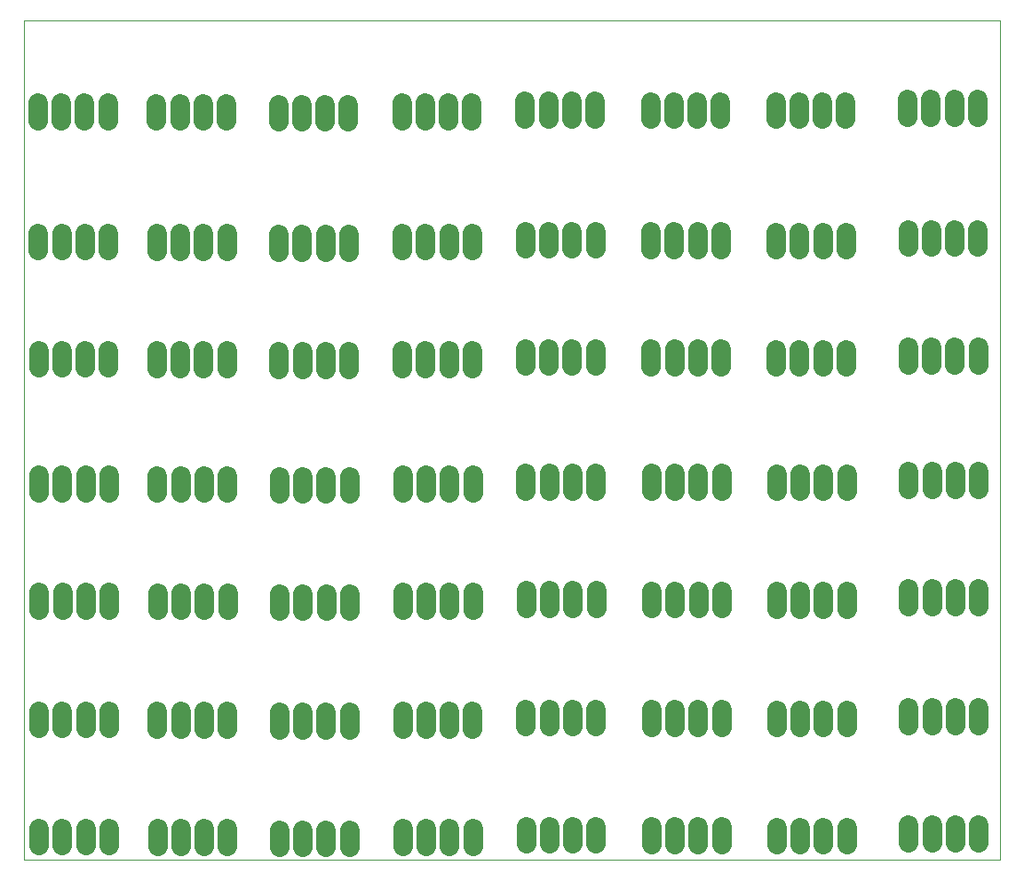
<source format=gbs>
G75*
%MOIN*%
%OFA0B0*%
%FSLAX25Y25*%
%IPPOS*%
%LPD*%
%AMOC8*
5,1,8,0,0,1.08239X$1,22.5*
%
%ADD10C,0.00000*%
%ADD11C,0.07296*%
D10*
X0008974Y0010224D02*
X0375116Y0010224D01*
X0375116Y0325185D01*
X0008974Y0325185D01*
X0008974Y0010224D01*
D11*
X0014554Y0015516D02*
X0014554Y0022012D01*
X0023314Y0022012D02*
X0023314Y0015516D01*
X0032064Y0015516D02*
X0032064Y0022012D01*
X0040824Y0022012D02*
X0040824Y0015516D01*
X0059034Y0015356D02*
X0059034Y0021852D01*
X0067794Y0021852D02*
X0067794Y0015356D01*
X0076544Y0015356D02*
X0076544Y0021852D01*
X0085304Y0021852D02*
X0085304Y0015356D01*
X0104794Y0014976D02*
X0104794Y0021472D01*
X0113554Y0021472D02*
X0113554Y0014976D01*
X0122304Y0014976D02*
X0122304Y0021472D01*
X0131064Y0021472D02*
X0131064Y0014976D01*
X0151114Y0015446D02*
X0151114Y0021942D01*
X0159874Y0021942D02*
X0159874Y0015446D01*
X0168624Y0015446D02*
X0168624Y0021942D01*
X0177384Y0021942D02*
X0177384Y0015446D01*
X0197364Y0016186D02*
X0197364Y0022682D01*
X0206124Y0022682D02*
X0206124Y0016186D01*
X0214874Y0016186D02*
X0214874Y0022682D01*
X0223634Y0022682D02*
X0223634Y0016186D01*
X0244474Y0016066D02*
X0244474Y0022562D01*
X0253234Y0022562D02*
X0253234Y0016066D01*
X0261984Y0016066D02*
X0261984Y0022562D01*
X0270744Y0022562D02*
X0270744Y0016066D01*
X0291454Y0015906D02*
X0291454Y0022402D01*
X0300214Y0022402D02*
X0300214Y0015906D01*
X0308964Y0015906D02*
X0308964Y0022402D01*
X0317724Y0022402D02*
X0317724Y0015906D01*
X0340964Y0016776D02*
X0340964Y0023272D01*
X0349724Y0023272D02*
X0349724Y0016776D01*
X0358474Y0016776D02*
X0358474Y0023272D01*
X0367234Y0023272D02*
X0367234Y0016776D01*
X0317654Y0059966D02*
X0317654Y0066462D01*
X0308894Y0066462D02*
X0308894Y0059966D01*
X0300144Y0059966D02*
X0300144Y0066462D01*
X0291384Y0066462D02*
X0291384Y0059966D01*
X0270674Y0060126D02*
X0270674Y0066622D01*
X0261914Y0066622D02*
X0261914Y0060126D01*
X0253164Y0060126D02*
X0253164Y0066622D01*
X0244404Y0066622D02*
X0244404Y0060126D01*
X0223564Y0060246D02*
X0223564Y0066742D01*
X0214804Y0066742D02*
X0214804Y0060246D01*
X0206054Y0060246D02*
X0206054Y0066742D01*
X0197294Y0066742D02*
X0197294Y0060246D01*
X0177314Y0059506D02*
X0177314Y0066002D01*
X0168554Y0066002D02*
X0168554Y0059506D01*
X0159804Y0059506D02*
X0159804Y0066002D01*
X0151044Y0066002D02*
X0151044Y0059506D01*
X0130994Y0059036D02*
X0130994Y0065532D01*
X0122234Y0065532D02*
X0122234Y0059036D01*
X0113484Y0059036D02*
X0113484Y0065532D01*
X0104724Y0065532D02*
X0104724Y0059036D01*
X0085234Y0059416D02*
X0085234Y0065912D01*
X0076474Y0065912D02*
X0076474Y0059416D01*
X0067724Y0059416D02*
X0067724Y0065912D01*
X0058964Y0065912D02*
X0058964Y0059416D01*
X0040754Y0059576D02*
X0040754Y0066072D01*
X0031994Y0066072D02*
X0031994Y0059576D01*
X0023244Y0059576D02*
X0023244Y0066072D01*
X0014484Y0066072D02*
X0014484Y0059576D01*
X0014574Y0104096D02*
X0014574Y0110592D01*
X0023334Y0110592D02*
X0023334Y0104096D01*
X0032084Y0104096D02*
X0032084Y0110592D01*
X0040844Y0110592D02*
X0040844Y0104096D01*
X0059054Y0103936D02*
X0059054Y0110432D01*
X0067814Y0110432D02*
X0067814Y0103936D01*
X0076564Y0103936D02*
X0076564Y0110432D01*
X0085324Y0110432D02*
X0085324Y0103936D01*
X0104814Y0103556D02*
X0104814Y0110052D01*
X0113574Y0110052D02*
X0113574Y0103556D01*
X0122324Y0103556D02*
X0122324Y0110052D01*
X0131084Y0110052D02*
X0131084Y0103556D01*
X0151134Y0104026D02*
X0151134Y0110522D01*
X0159894Y0110522D02*
X0159894Y0104026D01*
X0168644Y0104026D02*
X0168644Y0110522D01*
X0177404Y0110522D02*
X0177404Y0104026D01*
X0197384Y0104766D02*
X0197384Y0111262D01*
X0206144Y0111262D02*
X0206144Y0104766D01*
X0214894Y0104766D02*
X0214894Y0111262D01*
X0223654Y0111262D02*
X0223654Y0104766D01*
X0244494Y0104646D02*
X0244494Y0111142D01*
X0253254Y0111142D02*
X0253254Y0104646D01*
X0262004Y0104646D02*
X0262004Y0111142D01*
X0270764Y0111142D02*
X0270764Y0104646D01*
X0291474Y0104486D02*
X0291474Y0110982D01*
X0300234Y0110982D02*
X0300234Y0104486D01*
X0308984Y0104486D02*
X0308984Y0110982D01*
X0317744Y0110982D02*
X0317744Y0104486D01*
X0340984Y0105356D02*
X0340984Y0111852D01*
X0349744Y0111852D02*
X0349744Y0105356D01*
X0358494Y0105356D02*
X0358494Y0111852D01*
X0367254Y0111852D02*
X0367254Y0105356D01*
X0367164Y0067332D02*
X0367164Y0060836D01*
X0358404Y0060836D02*
X0358404Y0067332D01*
X0349654Y0067332D02*
X0349654Y0060836D01*
X0340894Y0060836D02*
X0340894Y0067332D01*
X0317674Y0148546D02*
X0317674Y0155042D01*
X0308914Y0155042D02*
X0308914Y0148546D01*
X0300164Y0148546D02*
X0300164Y0155042D01*
X0291404Y0155042D02*
X0291404Y0148546D01*
X0270694Y0148706D02*
X0270694Y0155202D01*
X0261934Y0155202D02*
X0261934Y0148706D01*
X0253184Y0148706D02*
X0253184Y0155202D01*
X0244424Y0155202D02*
X0244424Y0148706D01*
X0223584Y0148826D02*
X0223584Y0155322D01*
X0214824Y0155322D02*
X0214824Y0148826D01*
X0206074Y0148826D02*
X0206074Y0155322D01*
X0197314Y0155322D02*
X0197314Y0148826D01*
X0177334Y0148086D02*
X0177334Y0154582D01*
X0168574Y0154582D02*
X0168574Y0148086D01*
X0159824Y0148086D02*
X0159824Y0154582D01*
X0151064Y0154582D02*
X0151064Y0148086D01*
X0131014Y0147616D02*
X0131014Y0154112D01*
X0122254Y0154112D02*
X0122254Y0147616D01*
X0113504Y0147616D02*
X0113504Y0154112D01*
X0104744Y0154112D02*
X0104744Y0147616D01*
X0085254Y0147996D02*
X0085254Y0154492D01*
X0076494Y0154492D02*
X0076494Y0147996D01*
X0067744Y0147996D02*
X0067744Y0154492D01*
X0058984Y0154492D02*
X0058984Y0147996D01*
X0040774Y0148156D02*
X0040774Y0154652D01*
X0032014Y0154652D02*
X0032014Y0148156D01*
X0023264Y0148156D02*
X0023264Y0154652D01*
X0014504Y0154652D02*
X0014504Y0148156D01*
X0014324Y0194896D02*
X0014324Y0201392D01*
X0023084Y0201392D02*
X0023084Y0194896D01*
X0031834Y0194896D02*
X0031834Y0201392D01*
X0040594Y0201392D02*
X0040594Y0194896D01*
X0058804Y0194736D02*
X0058804Y0201232D01*
X0067564Y0201232D02*
X0067564Y0194736D01*
X0076314Y0194736D02*
X0076314Y0201232D01*
X0085074Y0201232D02*
X0085074Y0194736D01*
X0104564Y0194356D02*
X0104564Y0200852D01*
X0113324Y0200852D02*
X0113324Y0194356D01*
X0122074Y0194356D02*
X0122074Y0200852D01*
X0130834Y0200852D02*
X0130834Y0194356D01*
X0150884Y0194826D02*
X0150884Y0201322D01*
X0159644Y0201322D02*
X0159644Y0194826D01*
X0168394Y0194826D02*
X0168394Y0201322D01*
X0177154Y0201322D02*
X0177154Y0194826D01*
X0197134Y0195566D02*
X0197134Y0202062D01*
X0205894Y0202062D02*
X0205894Y0195566D01*
X0214644Y0195566D02*
X0214644Y0202062D01*
X0223404Y0202062D02*
X0223404Y0195566D01*
X0244244Y0195446D02*
X0244244Y0201942D01*
X0253004Y0201942D02*
X0253004Y0195446D01*
X0261754Y0195446D02*
X0261754Y0201942D01*
X0270514Y0201942D02*
X0270514Y0195446D01*
X0291224Y0195286D02*
X0291224Y0201782D01*
X0299984Y0201782D02*
X0299984Y0195286D01*
X0308734Y0195286D02*
X0308734Y0201782D01*
X0317494Y0201782D02*
X0317494Y0195286D01*
X0340734Y0196156D02*
X0340734Y0202652D01*
X0349494Y0202652D02*
X0349494Y0196156D01*
X0358244Y0196156D02*
X0358244Y0202652D01*
X0367004Y0202652D02*
X0367004Y0196156D01*
X0367184Y0155912D02*
X0367184Y0149416D01*
X0358424Y0149416D02*
X0358424Y0155912D01*
X0349674Y0155912D02*
X0349674Y0149416D01*
X0340914Y0149416D02*
X0340914Y0155912D01*
X0317424Y0239346D02*
X0317424Y0245842D01*
X0308664Y0245842D02*
X0308664Y0239346D01*
X0299914Y0239346D02*
X0299914Y0245842D01*
X0291154Y0245842D02*
X0291154Y0239346D01*
X0270444Y0239506D02*
X0270444Y0246002D01*
X0261684Y0246002D02*
X0261684Y0239506D01*
X0252934Y0239506D02*
X0252934Y0246002D01*
X0244174Y0246002D02*
X0244174Y0239506D01*
X0223334Y0239626D02*
X0223334Y0246122D01*
X0214574Y0246122D02*
X0214574Y0239626D01*
X0205824Y0239626D02*
X0205824Y0246122D01*
X0197064Y0246122D02*
X0197064Y0239626D01*
X0177084Y0238886D02*
X0177084Y0245382D01*
X0168324Y0245382D02*
X0168324Y0238886D01*
X0159574Y0238886D02*
X0159574Y0245382D01*
X0150814Y0245382D02*
X0150814Y0238886D01*
X0130764Y0238416D02*
X0130764Y0244912D01*
X0122004Y0244912D02*
X0122004Y0238416D01*
X0113254Y0238416D02*
X0113254Y0244912D01*
X0104494Y0244912D02*
X0104494Y0238416D01*
X0085004Y0238796D02*
X0085004Y0245292D01*
X0076244Y0245292D02*
X0076244Y0238796D01*
X0067494Y0238796D02*
X0067494Y0245292D01*
X0058734Y0245292D02*
X0058734Y0238796D01*
X0040524Y0238956D02*
X0040524Y0245452D01*
X0031764Y0245452D02*
X0031764Y0238956D01*
X0023014Y0238956D02*
X0023014Y0245452D01*
X0014254Y0245452D02*
X0014254Y0238956D01*
X0014114Y0287796D02*
X0014114Y0294292D01*
X0022874Y0294292D02*
X0022874Y0287796D01*
X0031624Y0287796D02*
X0031624Y0294292D01*
X0040384Y0294292D02*
X0040384Y0287796D01*
X0058594Y0287636D02*
X0058594Y0294132D01*
X0067354Y0294132D02*
X0067354Y0287636D01*
X0076104Y0287636D02*
X0076104Y0294132D01*
X0084864Y0294132D02*
X0084864Y0287636D01*
X0104354Y0287256D02*
X0104354Y0293752D01*
X0113114Y0293752D02*
X0113114Y0287256D01*
X0121864Y0287256D02*
X0121864Y0293752D01*
X0130624Y0293752D02*
X0130624Y0287256D01*
X0150674Y0287726D02*
X0150674Y0294222D01*
X0159434Y0294222D02*
X0159434Y0287726D01*
X0168184Y0287726D02*
X0168184Y0294222D01*
X0176944Y0294222D02*
X0176944Y0287726D01*
X0196924Y0288466D02*
X0196924Y0294962D01*
X0205684Y0294962D02*
X0205684Y0288466D01*
X0214434Y0288466D02*
X0214434Y0294962D01*
X0223194Y0294962D02*
X0223194Y0288466D01*
X0244034Y0288346D02*
X0244034Y0294842D01*
X0252794Y0294842D02*
X0252794Y0288346D01*
X0261544Y0288346D02*
X0261544Y0294842D01*
X0270304Y0294842D02*
X0270304Y0288346D01*
X0291014Y0288186D02*
X0291014Y0294682D01*
X0299774Y0294682D02*
X0299774Y0288186D01*
X0308524Y0288186D02*
X0308524Y0294682D01*
X0317284Y0294682D02*
X0317284Y0288186D01*
X0340524Y0289056D02*
X0340524Y0295552D01*
X0349284Y0295552D02*
X0349284Y0289056D01*
X0358034Y0289056D02*
X0358034Y0295552D01*
X0366794Y0295552D02*
X0366794Y0289056D01*
X0366934Y0246712D02*
X0366934Y0240216D01*
X0358174Y0240216D02*
X0358174Y0246712D01*
X0349424Y0246712D02*
X0349424Y0240216D01*
X0340664Y0240216D02*
X0340664Y0246712D01*
M02*

</source>
